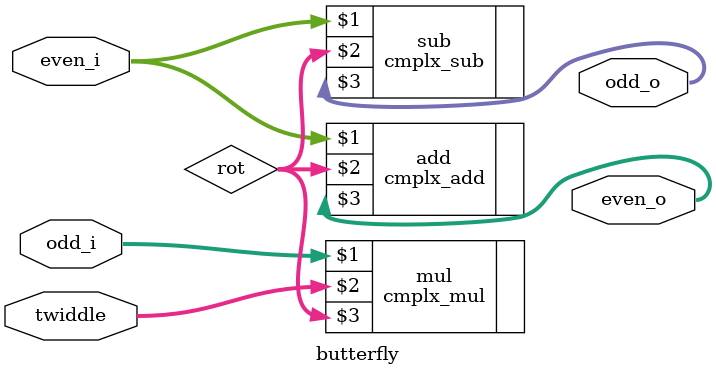
<source format=v>

module butterfly
    #(
        parameter width = 32,
        parameter precision = 16,
        localparam dw = 2*width
    )
    (
        input [dw - 1: 0] even_i,
        input [dw - 1: 0] odd_i,
        input [dw - 1: 0] twiddle,
        output [dw - 1: 0] even_o,
        output [dw - 1: 0] odd_o
    );
    wire [dw - 1: 0] rot;
    // multiply odd with twiddle 
    cmplx_mul #(width,precision) mul(odd_i,twiddle,rot);

    // add and sub
    cmplx_add #(width,precision) add(even_i,rot,even_o);
    cmplx_sub #(width,precision) sub(even_i,rot,odd_o);

endmodule





</source>
